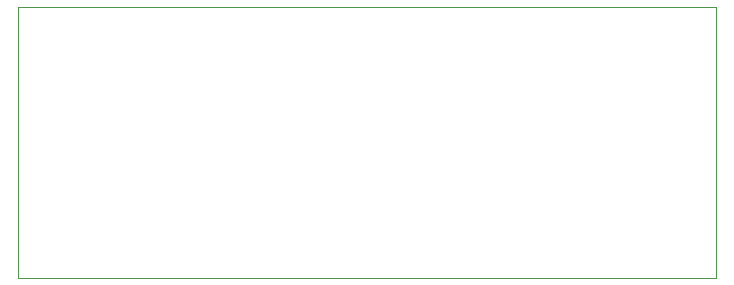
<source format=gbr>
G04 PROTEUS RS274X GERBER FILE*
%FSLAX26Y26*%
%MOIN*%
G01*
%ADD25C,0.004000*%
D25*
X+775591Y+228346D02*
X+3102362Y+228346D01*
X+3102362Y+1129921D01*
X+775591Y+1129921D01*
X+775591Y+228346D01*
M02*

</source>
